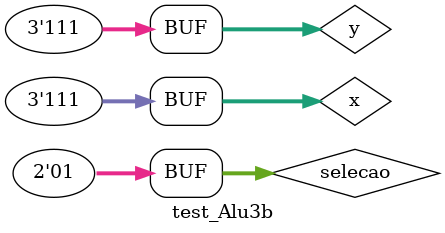
<source format=v>
module Alu3b (output [2:0] s, output carryDet, output zero, output overflow, output sinal, output [2:0] relative,
              input [2:0] a, input [2:0] b, input [1:0] operacao);

       wire carryOut1, carryOut2, carryOut3;
       wire [2:0] s1;
       wire [2:0] s2;
       reg [2:0] unidade = 1;
       
       mux3b Mx31(s1, b, unidade, operacao[1]);
       xor X1(s2[0],s1[0],operacao[0]);
       xor X2(s2[1],s1[1],operacao[0]);
       xor X3(s2[2],s1[2],operacao[0]);

       fullAdder1b FA1(s[0],carryOut1,a[0],s2[0],operacao[0]);
       fullAdder1b FA2(s[1],carryOut2,a[1],s2[1],carryOut1);
       fullAdder1b FA3(s[2],carryOut3,a[2],s2[2],carryOut2);

       isOverflow iO1(overflow, a[2], s2[2], s[2]);

       xor X6(carryDet,carryOut3, operacao[0]);

       sinalDt SD1(sinal, overflow, s[2]);

       isZero Z1(zero, s);

       uRelacionalFull URF1(relative, a, b);
endmodule
// -------------------------
// Verifica overflow a partir do sinal dos valores A e B e do resultado da soma deles.
// -------------------------
module isOverflow(output s, input sinalA, input sinalB, input sinalSaida);
       wire s1, s2;
       xnor XN1(s1, sinalB, sinalA);
       xor X4(s2, sinalSaida, sinalA);
       and A1(s, s2, s1);
endmodule
// -------------------------
// Retorna o sinal que a soma deve ter a partir do sinal da saida e do overflow.
// -------------------------
module sinalDt(output s, input overflow, input sinalSaida);
       xor X5(s, sinalSaida, overflow);
endmodule
// -------------------------
// Retorna 3 bits indicando com 1 se (a < b), (a == b) e (a > b). a e b com 3 bit ( Ultimo é o sinal ).
// -------------------------
module uRelacionalFull(output [2:0] s, input [2:0] a, input [2:0] b);
       wire [2:0] s1;
       wire s2, s3, s4, s5, s6, ns4, s7, s8, diff;
       uRelacional2b UR21(s1, a[1:0], b[1:0]);
       xor X6(s2, s1[0], a[2]);
       xor X7(s3, s1[2], a[2]);
       xnor XN2(s4, a[2], b[2]);
       and A2(s[1], s1[1], s4);
       not N1(diff, s[1]);
       and A3(s5, s2, s4, diff);
       and A4(s6, s3, s4, diff);
       not N2(ns4, s4);
       and A5(s7, ns4, a[2]);
       and A6(s8, ns4, b[2]);
       or O1(s[0], s5, s7);
       or O2(s[2], s6, s8);
endmodule
// -------------------------
// Retorna 3 bits indicando com 1 se (a < b), (a == b) e (a > b). a e b com 2 bit.
// -------------------------
module uRelacional2b(output [2:0] s, input [1:0] a, input [1:0] b);
       wire [2:0] s1;
       wire [2:0] s2;
       wire s3, s4;
       uRelacional1b UR11(s1, a[0], b[0]);
       uRelacional1b UR12(s2, a[1], b[1]);
       and A7(s[1], s1[1], s2[1]);
       and A8(s3, s2[1], s1[2]);
       and A9(s4, s2[1], s1[0]);
       or O3(s[2], s3, s2[2]);
       or O4(s[0], s4, s2[0]);
endmodule
// -------------------------
// Retorna 3 bits indicando com 1 se (a < b), (a == b) e (a > b). a e b com 1 bit.
// -------------------------
module uRelacional1b(output [2:0] s, input a, input b);
       wire an, bn;
       xnor XN3(s[1], a, b);
       not N3(an, a);
       not N4(bn, b);
       and A10(s[0], an, b);
       and A11(s[2], bn, a);
endmodule
// -------------------------
// full adder 1 bit
// -------------------------
module fullAdder1b (output s, output carryOut, input a, input b, input carryIn);
       wire s1, s2, s3, s4;
       xor X8(s1, a, b);
       xor X9(s, s1, carryIn);
       and A12(s2, a, b);
       and A13(s3, a, carryIn);
       and A14(s4, carryIn, b);
       or O5(carryOut, s2, s3, s4);
endmodule
// -------------------------
// verifica se a entrada esta em zero, 3 bits
// -------------------------
module isZero(output s, input [2:0] a);
       nor NO1(s, a[0], a[1], a[2]);
endmodule
// -------------------------
// Mux para selecionar entre 2 entradas de 3 bits
// -------------------------
module mux3b (output [2:0] s, input [2:0] a, input [2:0] b, input selecao);
       mux Mx1 (s[0],b[0],a[0],selecao);
       mux Mx2 (s[1],b[1],a[1],selecao);
       mux Mx3 (s[2],b[2],a[2],selecao);
endmodule // mux3b
// -------------------------
// Mux para selecionar entre duas saidas
// -------------------------
module mux (output s, input a, input b, input selecao);
       wire selecao2,s7,s8;
       not N5 ( selecao2, selecao);
       and A15 ( s7, a, selecao);
       and A16 ( s8, b, selecao2);
       or O6 ( s, s7, s8);
endmodule // mux
// Testes
module test_Alu3b;
       // ------------------------- definir dados
       wire carryOUT, overFlow, zeroFlag, sinal;
       reg [1:0] selecao;
       reg [2:0] x;
       reg [2:0] y;
       wire [2:0] somaSub;
       wire [2:0] comp;
       Alu3b AL31(somaSub, carryOUT, zeroFlag, overFlow, sinal, comp, x, y, selecao);
       // ------------------------- parte principal
       initial begin
               $display("Exemplo0035 - Willian Antonio dos Santos - 462020");
               $display("Test ALU's Soma/Sub ou inc/dec - flag zero, overflow, sinal, relacoes.");
               $display("Carry nao tem valor na representacao.");
               $display("\nSe operacao for igual a 00 ou 01 entao e' realizado soma ou subtracao;\nse 10 ou 11, entao incremento ou decremento respectivamente.\n");
               x = 0; y = 0; selecao = 1;
               $display("Valor1 | Op | Valor2 | Resultado | Carry | Sinal | Zero | overflow | <  ==  > ");
               $monitor("  %3b  | %2b |   %3b  |   = %3b   |    %b  |   %b   |   %b  |  %b       | %b  %b  %b", x, selecao, y, somaSub, carryOUT, sinal, zeroFlag, overFlow, comp[0],comp[1],comp[2]);
               repeat (7) begin
                      #1 y = y + 1;
               end
               #1 $display("-----------------------------------------------------------------------------");
               repeat (7) begin
                      #1 x = x + 1;y = y + 1;
                      repeat (7) begin
                             #1 y = y + 1;
                      end
                      #1 $display("-----------------------------------------------------------------------------");
               end
       end
endmodule
</source>
